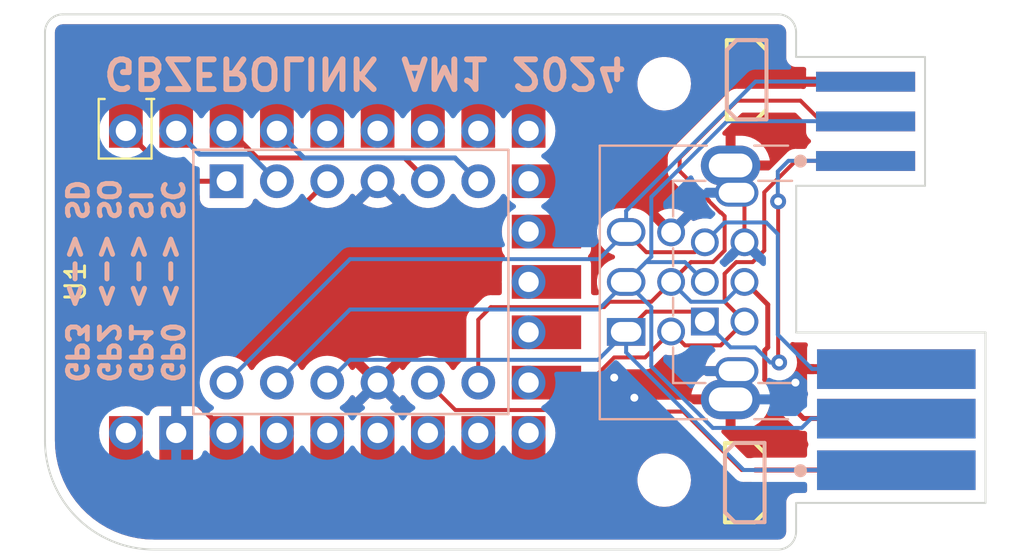
<source format=kicad_pcb>
(kicad_pcb (version 20221018) (generator pcbnew)
  (layers (0 "F.Cu" signal) (31 "B.Cu" signal) (34 "B.Paste" user) (35 "F.Paste" user) (36 "B.SilkS" user "B.Silkscreen") (37 "F.SilkS" user "F.Silkscreen") (38 "B.Mask" user) (39 "F.Mask" user) (44 "Edge.Cuts" user))
  (net 0 "")
  (net 1 "/GBVCC")
  (net 2 "/SO")
  (net 3 "/SI")
  (net 4 "/SD")
  (net 5 "/SC")
  (net 6 "+3.3V")
  (net 7 "/PSC")
  (net 8 "/PSI")
  (net 9 "GND")
  (net 10 "/PSO")
  (net 11 "/PSD")
  (footprint "gb-link-socket:dmg-link-socket" (layer "F.Cu") (at 111.26 102.785 90)
    (fp_text reference "J2")
    (fp_text value "DMG_Link")
    (pad "1" connect rect (at -2.6 0 90) (size 2 8) (layers "B.Cu" "B.Mask") (net 1 "/GBVCC"))
    (pad "2" connect rect (at -2.6 0 90) (size 2 8) (layers "F.Cu" "F.Mask") (net 2 "/SO"))
    (pad "3" connect rect (at 0 0 90) (size 2 8) (layers "B.Cu" "B.Mask") (net 3 "/SI"))
    (pad "4" connect rect (at 0 0 90) (size 2 8) (layers "F.Cu" "F.Mask") (net 4 "/SD"))
    (pad "5" connect rect (at 2.5 0 90) (size 2 8) (layers "B.Cu" "B.Mask") (net 5 "/SC"))
    (pad "6" connect rect (at 2.5 0 90) (size 2 8) (layers "F.Cu" "F.Mask") (net 9 "GND"))
  )
  (footprint "gb-link-socket:gb-link-socket" (layer "F.Cu") (at 109.71 87.785 90)
    (fp_text reference "J1")
    (fp_text value "GBA_Link")
    (pad "1" connect rect (at -2 0 90) (size 1 5) (layers "B.Cu" "B.Mask") (net 1 "/GBVCC"))
    (pad "2" connect rect (at -2 0 90) (size 1 5) (layers "F.Cu" "F.Mask") (net 2 "/SO"))
    (pad "3" connect rect (at 0 0 90) (size 1 5) (layers "B.Cu" "B.Mask") (net 3 "/SI"))
    (pad "4" connect rect (at 0 0 90) (size 1 5) (layers "F.Cu" "F.Mask") (net 4 "/SD"))
    (pad "5" connect rect (at 2 0 90) (size 1 5) (layers "B.Cu" "B.Mask") (net 5 "/SC"))
    (pad "6" connect rect (at 2 0 90) (size 1 5) (layers "F.Cu" "F.Mask") (net 9 "GND"))
  )
  (footprint "MountingHole:MountingHole_2.2mm_M2" (layer "F.Cu") (at 99.55 85.885)
    (fp_text reference "REF**" hide)
    (fp_text value "MountingHole_2.2mm_M2" hide)
    (pad "" np_thru_hole circle (at 0 0) (size 2.2 2.2) (drill 2.2) (layers "*.Cu" "*.Mask"))
  )
  (footprint "MountingHole:MountingHole_2.2mm_M2" (layer "F.Cu") (at 99.55 105.885)
    (fp_text reference "REF**" hide)
    (fp_text value "MountingHole_2.2mm_M2" hide)
    (pad "" np_thru_hole circle (at 0 0) (size 2.2 2.2) (drill 2.2) (layers "F&B.Cu" "*.Mask"))
  )
  (footprint "MCU_RaspberryPi_and_Boards:RP2040-Zero_SMD_TH" (layer "F.Cu") (at 82.55 95.885 90)
    (fp_text reference "U1" (at 0 -12.7 90) (layer "F.SilkS"))
    (fp_text value "RP2040-Zero" hide)
    (fp_line (start 6.223 -8.863) (end 6.223 -11.53) (stroke (width 0.12)) (layer "F.SilkS"))
    (fp_line (start 9.23 -11.53) (end 6.223 -11.53) (stroke (width 0.12)) (layer "F.SilkS"))
    (fp_line (start 9.23 -11.53) (end 9.23 -11.23) (stroke (width 0.12)) (layer "F.SilkS"))
    (fp_line (start 9.23 -9.13) (end 9.23 -8.73) (stroke (width 0.12)) (layer "F.SilkS"))
    (fp_line (start 9.23 -8.863) (end 6.223 -8.863) (stroke (width 0.12)) (layer "F.SilkS"))
    (pad "1" thru_hole circle (at 7.62 -10.16 90) (size 1.7 1.7) (drill 1.02) (layers "*.Cu" "*.Mask") (net 7 "/PSC"))
    (pad "1" smd rect (at 7.62 -10.16 90) (size 3.5 1.7) (drill (offset 0.9 0)) (layers "F.Cu" "F.Mask") (net 7 "/PSC"))
    (pad "2" thru_hole oval (at 7.62 -7.62 90) (size 1.7 1.7) (drill 1.02) (layers "*.Cu" "*.Mask") (net 8 "/PSI"))
    (pad "2" smd rect (at 7.62 -7.62 90) (size 3.5 1.7) (drill (offset 0.9 0)) (layers "F.Cu" "F.Mask") (net 8 "/PSI"))
    (pad "3" thru_hole circle (at 7.62 -5.08 90) (size 1.7 1.7) (drill 1.02) (layers "*.Cu" "*.Mask") (net 10 "/PSO"))
    (pad "3" smd rect (at 7.62 -5.08 90) (size 3.5 1.7) (drill (offset 0.9 0)) (layers "F.Cu" "F.Mask") (net 10 "/PSO"))
    (pad "4" thru_hole oval (at 7.62 -2.54 90) (size 1.7 1.7) (drill 1.02) (layers "*.Cu" "*.Mask") (net 11 "/PSD"))
    (pad "4" smd rect (at 7.62 -2.54 90) (size 3.5 1.7) (drill (offset 0.9 0)) (layers "F.Cu" "F.Mask") (net 11 "/PSD"))
    (pad "5" thru_hole oval (at 7.62 0 90) (size 1.7 1.7) (drill 1.02) (layers "*.Cu" "*.Mask"))
    (pad "5" smd rect (at 7.62 0 90) (size 3.5 1.7) (drill (offset 0.9 0)) (layers "F.Cu" "F.Mask"))
    (pad "6" thru_hole oval (at 7.62 2.54 90) (size 1.7 1.7) (drill 1.02) (layers "*.Cu" "*.Mask"))
    (pad "6" smd rect (at 7.62 2.54 90) (size 3.5 1.7) (drill (offset 0.9 0)) (layers "F.Cu" "F.Mask"))
    (pad "7" thru_hole oval (at 7.62 5.08 90) (size 1.7 1.7) (drill 1.02) (layers "*.Cu" "*.Mask"))
    (pad "7" smd rect (at 7.62 5.08 90) (size 3.5 1.7) (drill (offset 0.9 0)) (layers "F.Cu" "F.Mask"))
    (pad "8" thru_hole circle (at 7.62 7.62 90) (size 1.7 1.7) (drill 1.02) (layers "*.Cu" "*.Mask"))
    (pad "8" smd rect (at 7.62 7.62 90) (size 3.5 1.7) (drill (offset 0.9 0)) (layers "F.Cu" "F.Mask"))
    (pad "9" thru_hole oval (at 7.62 10.16 90) (size 1.7 1.7) (drill 1.02) (layers "*.Cu" "*.Mask"))
    (pad "9" smd rect (at 7.62 10.16 90) (size 3.5 1.7) (drill (offset 0.9 0)) (layers "F.Cu" "F.Mask"))
    (pad "10" thru_hole oval (at 5.08 10.16) (size 1.7 1.7) (drill 1.02) (layers "*.Cu" "*.Mask"))
    (pad "10" smd rect (at 5.08 10.16) (size 3.5 1.7) (drill (offset 0.9 0)) (layers "F.Cu" "F.Mask"))
    (pad "11" thru_hole oval (at 2.54 10.16) (size 1.7 1.7) (drill 1.02) (layers "*.Cu" "*.Mask"))
    (pad "11" smd rect (at 2.54 10.16) (size 3.5 1.7) (drill (offset 0.9 0)) (layers "F.Cu" "F.Mask"))
    (pad "12" thru_hole oval (at 0 10.16) (size 1.7 1.7) (drill 1.02) (layers "*.Cu" "*.Mask"))
    (pad "12" smd rect (at 0 10.16) (size 3.5 1.7) (drill (offset 0.9 0)) (layers "F.Cu" "F.Mask"))
    (pad "13" thru_hole circle (at -2.54 10.16) (size 1.7 1.7) (drill 1.02) (layers "*.Cu" "*.Mask"))
    (pad "13" smd rect (at -2.54 10.16) (size 3.5 1.7) (drill (offset 0.9 0)) (layers "F.Cu" "F.Mask"))
    (pad "14" thru_hole oval (at -5.08 10.16) (size 1.7 1.7) (drill 1.02) (layers "*.Cu" "*.Mask"))
    (pad "14" smd rect (at -5.08 10.16) (size 3.5 1.7) (drill (offset 0.9 0)) (layers "F.Cu" "F.Mask"))
    (pad "15" thru_hole oval (at -7.62 10.16 90) (size 1.7 1.7) (drill 1.02) (layers "*.Cu" "*.Mask"))
    (pad "15" smd rect (at -7.62 10.16 90) (size 3.5 1.7) (drill (offset -0.9 0)) (layers "F.Cu" "F.Mask"))
    (pad "16" thru_hole oval (at -7.62 7.62 90) (size 1.7 1.7) (drill 1.02) (layers "*.Cu" "*.Mask"))
    (pad "16" smd rect (at -7.62 7.62 90) (size 3.5 1.7) (drill (offset -0.9 0)) (layers "F.Cu" "F.Mask"))
    (pad "17" thru_hole oval (at -7.62 5.08 90) (size 1.7 1.7) (drill 1.02) (layers "*.Cu" "*.Mask"))
    (pad "17" smd rect (at -7.62 5.08 90) (size 3.5 1.7) (drill (offset -0.9 0)) (layers "F.Cu" "F.Mask"))
    (pad "18" thru_hole circle (at -7.62 2.54 90) (size 1.7 1.7) (drill 1.02) (layers "*.Cu" "*.Mask"))
    (pad "18" smd rect (at -7.62 2.54 90) (size 3.5 1.7) (drill (offset -0.9 0)) (layers "F.Cu" "F.Mask"))
    (pad "19" thru_hole oval (at -7.62 0 90) (size 1.7 1.7) (drill 1.02) (layers "*.Cu" "*.Mask"))
    (pad "19" smd rect (at -7.62 0 90) (size 3.5 1.7) (drill (offset -0.9 0)) (layers "F.Cu" "F.Mask"))
    (pad "20" thru_hole oval (at -7.62 -2.54 90) (size 1.7 1.7) (drill 1.02) (layers "*.Cu" "*.Mask"))
    (pad "20" smd rect (at -7.62 -2.54 90) (size 3.5 1.7) (drill (offset -0.9 0)) (layers "F.Cu" "F.Mask"))
    (pad "21" thru_hole oval (at -7.62 -5.08 90) (size 1.7 1.7) (drill 1.02) (layers "*.Cu" "*.Mask") (net 6 "+3.3V"))
    (pad "21" smd rect (at -7.62 -5.08 90) (size 3.5 1.7) (drill (offset -0.9 0)) (layers "F.Cu" "F.Mask") (net 6 "+3.3V"))
    (pad "22" thru_hole rect (at -7.62 -7.62 90) (size 1.7 1.7) (drill 1.02) (layers "*.Cu" "*.Mask") (net 9 "GND"))
    (pad "22" smd rect (at -7.62 -7.62 90) (size 3.5 1.7) (drill (offset -0.9 0)) (layers "F.Cu" "F.Mask") (net 9 "GND"))
    (pad "23" thru_hole circle (at -7.62 -10.16 90) (size 1.7 1.7) (drill 1.02) (layers "*.Cu" "*.Mask"))
    (pad "23" smd rect (at -7.62 -10.16 90) (size 3.5 1.7) (drill (offset -0.9 0)) (layers "F.Cu" "F.Mask"))
  )
  (footprint "BOB-12009:BOB-12009" (layer "B.Cu") (at 83.79 96.265 -90)
    (fp_text reference "Ue")
    (fp_text value "BOB-12009")
    (fp_line (start -7.045 -7.9) (end -7.045 7.995) (stroke (width 0.127)) (layer "B.SilkS"))
    (fp_line (start -7.045 7.995) (end 6.285 7.995) (stroke (width 0.127)) (layer "B.SilkS"))
    (fp_line (start 6.285 -7.9) (end -7.045 -7.9) (stroke (width 0.127)) (layer "B.SilkS"))
    (fp_line (start 6.285 7.995) (end 6.285 -7.9) (stroke (width 0.127)) (layer "B.SilkS"))
    (pad "1" thru_hole rect (at -5.46 6.32 270) (size 1.7 1.7) (drill 1) (layers "*.Cu" "*.Mask") (net 7 "/PSC"))
    (pad "2" thru_hole circle (at -5.46 3.78 270) (size 1.7 1.7) (drill 1) (layers "*.Cu" "*.Mask") (net 8 "/PSI"))
    (pad "3" thru_hole circle (at -5.46 1.24 270) (size 1.7 1.7) (drill 1) (layers "*.Cu" "*.Mask") (net 6 "+3.3V"))
    (pad "4" thru_hole circle (at -5.46 -1.3 270) (size 1.7 1.7) (drill 1) (layers "*.Cu" "*.Mask") (net 9 "GND"))
    (pad "5" thru_hole circle (at -5.46 -3.84 270) (size 1.7 1.7) (drill 1) (layers "*.Cu" "*.Mask") (net 10 "/PSO"))
    (pad "6" thru_hole circle (at -5.46 -6.38 270) (size 1.7 1.7) (drill 1) (layers "*.Cu" "*.Mask") (net 11 "/PSD"))
    (pad "7" thru_hole circle (at 4.7 6.32 270) (size 1.7 1.7) (drill 1) (layers "*.Cu" "*.Mask") (net 5 "/SC"))
    (pad "8" thru_hole circle (at 4.7 3.78 270) (size 1.7 1.7) (drill 1) (layers "*.Cu" "*.Mask") (net 3 "/SI"))
    (pad "9" thru_hole circle (at 4.7 1.24 270) (size 1.7 1.7) (drill 1) (layers "*.Cu" "*.Mask") (net 1 "/GBVCC"))
    (pad "10" thru_hole circle (at 4.7 -1.3 270) (size 1.7 1.7) (drill 1) (layers "*.Cu" "*.Mask") (net 9 "GND"))
    (pad "11" thru_hole circle (at 4.7 -3.84 270) (size 1.7 1.7) (drill 1) (layers "*.Cu" "*.Mask") (net 2 "/SO"))
    (pad "12" thru_hole circle (at 4.7 -6.38 270) (size 1.7 1.7) (drill 1) (layers "*.Cu" "*.Mask") (net 4 "/SD"))
  )
  (footprint "gb-link-socket:GameBoy_LinkPort_DMG_MGB_IDC_Horizontal" (layer "B.Cu") (at 102.9 95.885)
    (fp_text reference "J3" hide)
    (fp_text value "GB_IDC_port")
    (fp_line (start -6.6 -6.875) (end -1.2 -6.875) (stroke (width 0.12)) (layer "B.SilkS"))
    (fp_line (start -6.6 6.925) (end -6.6 -6.875) (stroke (width 0.12)) (layer "B.SilkS"))
    (fp_line (start -2.9 -5.1) (end -1.27 -5.1) (stroke (width 0.12)) (layer "B.SilkS"))
    (fp_line (start -2.9 -3.3) (end -2.9 -5.1) (stroke (width 0.12)) (layer "B.SilkS"))
    (fp_line (start -2.9 -0.8) (end -2.9 -1.7) (stroke (width 0.12)) (layer "B.SilkS"))
    (fp_line (start -2.9 1.7) (end -2.9 0.8) (stroke (width 0.12)) (layer "B.SilkS"))
    (fp_line (start -2.9 5.1) (end -2.9 3.3) (stroke (width 0.12)) (layer "B.SilkS"))
    (fp_line (start -1.27 5.1) (end -2.9 5.1) (stroke (width 0.12)) (layer "B.SilkS"))
    (fp_line (start -1.2 6.925) (end -6.6 6.925) (stroke (width 0.12)) (layer "B.SilkS"))
    (fp_line (start 1.2 -6.875) (end 2.9 -6.875) (stroke (width 0.12)) (layer "B.SilkS"))
    (fp_line (start 1.4 -5.1) (end 3.1 -5.1) (stroke (width 0.12)) (layer "B.SilkS"))
    (fp_line (start 2.9 6.925) (end 1.2 6.925) (stroke (width 0.12)) (layer "B.SilkS"))
    (fp_line (start 3.1 5.1) (end 1.4 5.1) (stroke (width 0.12)) (layer "B.SilkS"))
    (pad "1" thru_hole rect (at -5.27 2.52) (size 1.94 1.4) (drill oval 1.54 1) (layers "*.Cu" "*.Mask") (net 1 "/GBVCC"))
    (pad "1" thru_hole rect (at -1.3 2) (size 1.4 1.4) (drill 1) (layers "*.Cu" "*.Mask") (net 1 "/GBVCC"))
    (pad "2" thru_hole circle (at -3 2.5 270) (size 1.4 1.4) (drill 1) (layers "*.Cu" "*.Mask") (net 2 "/SO"))
    (pad "2" thru_hole circle (at 0.7 2) (size 1.4 1.4) (drill 1) (layers "*.Cu" "*.Mask") (net 2 "/SO"))
    (pad "3" thru_hole oval (at -5.27 0) (size 1.94 1.4) (drill oval 1.54 1) (layers "*.Cu" "*.Mask") (net 3 "/SI"))
    (pad "3" thru_hole circle (at -1.3 0) (size 1.4 1.4) (drill 1) (layers "*.Cu" "*.Mask") (net 3 "/SI"))
    (pad "4" thru_hole circle (at -3 0 270) (size 1.4 1.4) (drill 1) (layers "*.Cu" "*.Mask") (net 4 "/SD"))
    (pad "4" thru_hole circle (at 0.7 0) (size 1.4 1.4) (drill 1) (layers "*.Cu" "*.Mask") (net 4 "/SD"))
    (pad "5" thru_hole oval (at -5.27 -2.52) (size 1.94 1.4) (drill oval 1.54 1) (layers "*.Cu" "*.Mask") (net 5 "/SC"))
    (pad "5" thru_hole circle (at -1.3 -2) (size 1.4 1.4) (drill 1) (layers "*.Cu" "*.Mask") (net 5 "/SC"))
    (pad "6" thru_hole circle (at -3 -2.5 270) (size 1.4 1.4) (drill 1) (layers "*.Cu" "*.Mask") (net 9 "GND"))
    (pad "6" thru_hole circle (at 0.7 -2) (size 1.4 1.4) (drill 1) (layers "*.Cu" "*.Mask") (net 9 "GND"))
    (pad "SH" thru_hole oval (at 0 -5.875 270) (size 2 3) (drill oval 1.2 2.2) (layers "*.Cu" "*.Mask") (net 9 "GND"))
    (pad "SH" thru_hole oval (at 0 5.925 270) (size 2 3) (drill oval 1.2 2.2) (layers "*.Cu" "*.Mask") (net 9 "GND"))
    (pad "SH" thru_hole oval (at 0.3 -4.5 270) (size 1.4 2.2) (drill oval 1 1.8) (layers "*.Cu" "*.Mask") (net 9 "GND"))
    (pad "SH" thru_hole oval (at 0.3 4.5 270) (size 1.4 2.2) (drill oval 1 1.8) (layers "*.Cu" "*.Mask") (net 9 "GND"))
  )
  (gr_circle (center 106.426 105.41) (end 106.68 105.41) (stroke (width 0.15)) (fill solid) (layer "B.SilkS"))
  (gr_line (start 104.615 108.005) (end 103.115 108.005) (stroke (width 0.2)) (layer "B.SilkS"))
  (gr_line (start 103.21 87.685) (end 102.71 87.185) (stroke (width 0.2)) (layer "B.SilkS"))
  (gr_line (start 103.21 83.685) (end 104.71 83.685) (stroke (width 0.2)) (layer "B.SilkS"))
  (gr_line (start 102.615 107.505) (end 102.615 104.505) (stroke (width 0.2)) (layer "B.SilkS"))
  (gr_line (start 102.71 87.185) (end 102.71 84.185) (stroke (width 0.2)) (layer "B.SilkS"))
  (gr_line (start 103.21 83.685) (end 102.71 84.185) (stroke (width 0.2)) (layer "B.SilkS"))
  (gr_line (start 104.615 104.005) (end 104.615 108.005) (stroke (width 0.2)) (layer "B.SilkS"))
  (gr_line (start 104.71 87.685) (end 103.21 87.685) (stroke (width 0.2)) (layer "B.SilkS"))
  (gr_line (start 103.115 104.005) (end 102.615 104.505) (stroke (width 0.2)) (layer "B.SilkS"))
  (gr_line (start 104.71 83.685) (end 104.71 87.685) (stroke (width 0.2)) (layer "B.SilkS"))
  (gr_circle (center 106.426 89.789) (end 106.68 89.789) (stroke (width 0.15)) (fill solid) (layer "B.SilkS"))
  (gr_line (start 103.115 108.005) (end 102.615 107.505) (stroke (width 0.2)) (layer "B.SilkS"))
  (gr_line (start 103.115 104.005) (end 104.615 104.005) (stroke (width 0.2)) (layer "B.SilkS"))
  (gr_line (start 104.116 104.013) (end 104.616 104.513) (stroke (width 0.2)) (layer "F.SilkS"))
  (gr_line (start 104.21 87.685) (end 102.71 87.685) (stroke (width 0.2)) (layer "F.SilkS"))
  (gr_line (start 104.116 108.013) (end 102.616 108.013) (stroke (width 0.2)) (layer "F.SilkS"))
  (gr_line (start 104.71 84.185) (end 104.71 87.185) (stroke (width 0.2)) (layer "F.SilkS"))
  (gr_line (start 104.616 104.513) (end 104.616 107.513) (stroke (width 0.2)) (layer "F.SilkS"))
  (gr_line (start 102.71 87.685) (end 102.71 83.685) (stroke (width 0.2)) (layer "F.SilkS"))
  (gr_line (start 104.21 87.685) (end 104.71 87.185) (stroke (width 0.2)) (layer "F.SilkS"))
  (gr_line (start 102.71 83.685) (end 104.21 83.685) (stroke (width 0.2)) (layer "F.SilkS"))
  (gr_line (start 104.116 108.013) (end 104.616 107.513) (stroke (width 0.2)) (layer "F.SilkS"))
  (gr_line (start 102.616 104.013) (end 104.116 104.013) (stroke (width 0.2)) (layer "F.SilkS"))
  (gr_line (start 102.616 108.013) (end 102.616 104.013) (stroke (width 0.2)) (layer "F.SilkS"))
  (gr_line (start 104.21 83.685) (end 104.71 84.185) (stroke (width 0.2)) (layer "F.SilkS"))
  (gr_arc (start 73.809998 109.385002) (mid 69.920911 107.774089) (end 68.309998 103.885002) (stroke (width 0.1)) (layer "Edge.Cuts"))
  (gr_line (start 112.71 91.034999) (end 112.71 84.534999) (stroke (width 0.1)) (layer "Edge.Cuts"))
  (gr_arc (start 105.305 82.385) (mid 105.941396 82.648604) (end 106.205 83.285) (stroke (width 0.1)) (layer "Edge.Cuts"))
  (gr_line (start 115.76 98.434999) (end 106.21 98.434999) (stroke (width 0.1)) (layer "Edge.Cuts"))
  (gr_line (start 115.76 107.034999) (end 115.76 98.434999) (stroke (width 0.1)) (layer "Edge.Cuts"))
  (gr_line (start 106.205 84.534999) (end 112.71 84.534999) (stroke (width 0.1)) (layer "Edge.Cuts"))
  (gr_line (start 73.809998 109.385002) (end 105.305 109.385) (stroke (width 0.1)) (layer "Edge.Cuts"))
  (gr_arc (start 106.205 108.485) (mid 105.941396 109.121396) (end 105.305 109.385) (stroke (width 0.1)) (layer "Edge.Cuts"))
  (gr_line (start 106.205 83.285) (end 106.205 84.534999) (stroke (width 0.1)) (layer "Edge.Cuts"))
  (gr_arc (start 68.31 83.285) (mid 68.573604 82.648604) (end 69.21 82.385) (stroke (width 0.1)) (layer "Edge.Cuts"))
  (gr_line (start 106.21 91.034999) (end 106.21 98.434999) (stroke (width 0.1)) (layer "Edge.Cuts"))
  (gr_line (start 106.205 107.034999) (end 106.205 108.485) (stroke (width 0.1)) (layer "Edge.Cuts"))
  (gr_line (start 106.205 107.034999) (end 115.755 107.034999) (stroke (width 0.1)) (layer "Edge.Cuts"))
  (gr_line (start 68.31 83.285) (end 68.309998 103.885002) (stroke (width 0.1)) (layer "Edge.Cuts"))
  (gr_line (start 106.21 91.034999) (end 112.71 91.034999) (stroke (width 0.1)) (layer "Edge.Cuts"))
  (gr_line (start 105.305 82.385) (end 69.21 82.385) (stroke (width 0.1)) (layer "Edge.Cuts"))
  (gr_text "GP0 <-> SC\nGP1 <-> SI\nGP2 <-> SO\nGP3 <-> SD" (at 69.31 101.085 -90) (layer "B.SilkS") (effects (font (size 1 1) (thickness 0.25) bold) (justify left bottom mirror)))
  (gr_text "GBZEROLINK AM1 2024" (at 71.12 84.455 180) (layer "B.SilkS") (effects (font (size 1.5 1.5) (thickness 0.3) bold) (justify left bottom mirror)))
  (segment (start 98.65 97.385) (end 97.63 98.405) (width 0.2) (layer "F.Cu") (net 1))
  (segment (start 101.6 97.885) (end 101.1 97.385) (width 0.2) (layer "F.Cu") (net 1))
  (segment (start 101.1 97.385) (end 98.65 97.385) (width 0.2) (layer "F.Cu") (net 1))
  (segment (start 105.3495 99.949) (end 105.2995 99.899) (width 0.2) (layer "F.Cu") (net 1))
  (segment (start 105.2995 99.899) (end 105.2995 91.821) (width 0.2) (layer "F.Cu") (net 1))
  (via (at 105.3495 99.949) (size 0.8) (drill 0.4) (layers "F.Cu" "B.Cu") (net 1))
  (via (at 105.2995 91.821) (size 0.8) (drill 0.4) (layers "F.Cu" "B.Cu") (net 1))
  (segment (start 82.55 100.965) (end 83.7 99.815) (width 0.2) (layer "B.Cu") (net 1))
  (segment (start 105.816471 89.775) (end 108.915 89.775) (width 0.2) (layer "B.Cu") (net 1))
  (segment (start 105.283 91.8045) (end 105.283 90.308471) (width 0.2) (layer "B.Cu") (net 1))
  (segment (start 104.14 99.187) (end 102.902 99.187) (width 0.2) (layer "B.Cu") (net 1))
  (segment (start 103.560837 105.375) (end 97.63 99.444163) (width 0.2) (layer "B.Cu") (net 1))
  (segment (start 105.283 90.308471) (end 105.816471 89.775) (width 0.2) (layer "B.Cu") (net 1))
  (segment (start 102.902 99.187) (end 101.6 97.885) (width 0.2) (layer "B.Cu") (net 1))
  (segment (start 105.3495 99.949) (end 104.902 99.949) (width 0.2) (layer "B.Cu") (net 1))
  (segment (start 105.2995 91.821) (end 105.283 91.8045) (width 0.2) (layer "B.Cu") (net 1))
  (segment (start 96.22 99.815) (end 97.63 98.405) (width 0.2) (layer "B.Cu") (net 1))
  (segment (start 110.465 105.375) (end 103.560837 105.375) (width 0.2) (layer "B.Cu") (net 1))
  (segment (start 97.63 99.444163) (end 97.63 98.405) (width 0.2) (layer "B.Cu") (net 1))
  (segment (start 83.7 99.815) (end 96.22 99.815) (width 0.2) (layer "B.Cu") (net 1))
  (segment (start 104.902 99.949) (end 104.14 99.187) (width 0.2) (layer "B.Cu") (net 1))
  (segment (start 97.028 99.695) (end 96.266 100.457) (width 0.2) (layer "F.Cu") (net 2))
  (segment (start 104.6 91.361) (end 104.6 94.299214) (width 0.2) (layer "F.Cu") (net 2))
  (segment (start 100.6 99.085) (end 99.9 98.385) (width 0.2) (layer "F.Cu") (net 2))
  (segment (start 103.47 105.375) (end 104.14 105.375) (width 0.2) (layer "F.Cu") (net 2))
  (segment (start 103.185786 94.885) (end 102.6 95.470786) (width 0.2) (layer "F.Cu") (net 2))
  (segment (start 103.6 97.885) (end 102.4 99.085) (width 0.2) (layer "F.Cu") (net 2))
  (segment (start 89.013478 102.348478) (end 96.266 102.348478) (width 0.2) (layer "F.Cu") (net 2))
  (segment (start 102.4 99.085) (end 100.6 99.085) (width 0.2) (layer "F.Cu") (net 2))
  (segment (start 104.014214 94.885) (end 103.185786 94.885) (width 0.2) (layer "F.Cu") (net 2))
  (segment (start 102.6 96.885) (end 103.6 97.885) (width 0.2) (layer "F.Cu") (net 2))
  (segment (start 108.915 89.775) (end 106.186 89.775) (width 0.2) (layer "F.Cu") (net 2))
  (segment (start 104.14 105.375) (end 110.465 105.375) (width 0.25) (layer "F.Cu") (net 2))
  (segment (start 106.186 89.775) (end 104.6 91.361) (width 0.2) (layer "F.Cu") (net 2))
  (segment (start 96.266 100.457) (end 96.266 102.348478) (width 0.2) (layer "F.Cu") (net 2))
  (segment (start 96.266 102.348478) (end 97.675528 102.348478) (width 0.2) (layer "F.Cu") (net 2))
  (segment (start 97.675528 102.348478) (end 97.75405 102.427) (width 0.2) (layer "F.Cu") (net 2))
  (segment (start 87.63 100.965) (end 89.013478 102.348478) (width 0.2) (layer "F.Cu") (net 2))
  (segment (start 104.6 94.299214) (end 104.014214 94.885) (width 0.2) (layer "F.Cu") (net 2))
  (segment (start 99.9 98.385) (end 98.59 99.695) (width 0.2) (layer "F.Cu") (net 2))
  (segment (start 97.75405 102.427) (end 100.522 102.427) (width 0.2) (layer "F.Cu") (net 2))
  (segment (start 100.522 102.427) (end 103.47 105.375) (width 0.2) (layer "F.Cu") (net 2))
  (segment (start 102.6 95.470786) (end 102.6 96.885) (width 0.2) (layer "F.Cu") (net 2))
  (segment (start 98.59 99.695) (end 97.028 99.695) (width 0.2) (layer "F.Cu") (net 2))
  (segment (start 98.9 100.148478) (end 102.002522 103.251) (width 0.2) (layer "B.Cu") (net 3))
  (segment (start 106.966 102.775) (end 110.465 102.775) (width 0.2) (layer "B.Cu") (net 3))
  (segment (start 98.9 97.155) (end 98.9 100.148478) (width 0.2) (layer "B.Cu") (net 3))
  (segment (start 98.9 91.6) (end 102.725 87.775) (width 0.2) (layer "B.Cu") (net 3))
  (segment (start 98.63 94.885) (end 100.6 94.885) (width 0.2) (layer "B.Cu") (net 3))
  (segment (start 98.63 94.885) (end 98.9 94.615) (width 0.2) (layer "B.Cu") (net 3))
  (segment (start 97.63 95.885) (end 98.63 94.885) (width 0.2) (layer "B.Cu") (net 3))
  (segment (start 100.6 94.885) (end 101.6 95.885) (width 0.2) (layer "B.Cu") (net 3))
  (segment (start 106.49 103.251) (end 106.966 102.775) (width 0.2) (layer "B.Cu") (net 3))
  (segment (start 97.63 95.885) (end 98.9 97.155) (width 0.2) (layer "B.Cu") (net 3))
  (segment (start 80.01 100.965) (end 83.7 97.275) (width 0.2) (layer "B.Cu") (net 3))
  (segment (start 96.24 97.275) (end 97.63 95.885) (width 0.2) (layer "B.Cu") (net 3))
  (segment (start 102.002522 103.251) (end 106.49 103.251) (width 0.2) (layer "B.Cu") (net 3))
  (segment (start 102.725 87.775) (end 108.915 87.775) (width 0.2) (layer "B.Cu") (net 3))
  (segment (start 98.9 94.615) (end 98.9 91.6) (width 0.2) (layer "B.Cu") (net 3))
  (segment (start 83.7 97.275) (end 96.24 97.275) (width 0.2) (layer "B.Cu") (net 3))
  (segment (start 108.905 87.785) (end 107.47 87.785) (width 0.2) (layer "F.Cu") (net 4))
  (segment (start 100.33 89.634261) (end 100.33 90.297) (width 0.2) (layer "F.Cu") (net 4))
  (segment (start 103.632 95.885) (end 104.775 97.028) (width 0.25) (layer "F.Cu") (net 4))
  (segment (start 96.79 96.885) (end 98.9 96.885) (width 0.2) (layer "F.Cu") (net 4))
  (segment (start 100.33 90.297) (end 101.8 91.767) (width 0.2) (layer "F.Cu") (net 4))
  (segment (start 101.8 91.767) (end 101.8 91.799214) (width 0.2) (layer "F.Cu") (net 4))
  (segment (start 102.6 94.299214) (end 102.014214 94.885) (width 0.2) (layer "F.Cu") (net 4))
  (segment (start 102.418 92.385) (end 102.6 92.567) (width 0.2) (layer "F.Cu") (net 4))
  (segment (start 104.775 97.028) (end 104.775 99.187) (width 0.25) (layer "F.Cu") (net 4))
  (segment (start 102.014214 94.885) (end 100.9 94.885) (width 0.2) (layer "F.Cu") (net 4))
  (segment (start 103.223261 86.741) (end 100.33 89.634261) (width 0.2) (layer "F.Cu") (net 4))
  (segment (start 102.385786 92.385) (end 102.418 92.385) (width 0.2) (layer "F.Cu") (net 4))
  (segment (start 106.426 86.741) (end 103.223261 86.741) (width 0.2) (layer "F.Cu") (net 4))
  (segment (start 100.9 94.885) (end 99.9 95.885) (width 0.2) (layer "F.Cu") (net 4))
  (segment (start 90.17 97.79) (end 90.805 97.155) (width 0.2) (layer "F.Cu") (net 4))
  (segment (start 98.9 96.885) (end 99.9 95.885) (width 0.2) (layer "F.Cu") (net 4))
  (segment (start 104.6245 100.8145) (end 106.585 102.775) (width 0.25) (layer "F.Cu") (net 4))
  (segment (start 107.47 87.785) (end 106.426 86.741) (width 0.2) (layer "F.Cu") (net 4))
  (segment (start 102.6 92.567) (end 102.6 94.299214) (width 0.2) (layer "F.Cu") (net 4))
  (segment (start 108.915 87.775) (end 108.905 87.785) (width 0.2) (layer "F.Cu") (net 4))
  (segment (start 96.52 97.155) (end 96.79 96.885) (width 0.2) (layer "F.Cu") (net 4))
  (segment (start 101.8 91.799214) (end 102.385786 92.385) (width 0.2) (layer "F.Cu") (net 4))
  (segment (start 103.6 95.885) (end 103.632 95.885) (width 0.25) (layer "F.Cu") (net 4))
  (segment (start 90.805 97.155) (end 96.52 97.155) (width 0.2) (layer "F.Cu") (net 4))
  (segment (start 90.17 100.965) (end 90.17 97.79) (width 0.2) (layer "F.Cu") (net 4))
  (segment (start 104.775 99.187) (end 104.6245 99.3375) (width 0.25) (layer "F.Cu") (net 4))
  (segment (start 106.585 102.775) (end 110.465 102.775) (width 0.25) (layer "F.Cu") (net 4))
  (segment (start 104.6245 99.3375) (end 104.6245 100.8145) (width 0.25) (layer "F.Cu") (net 4))
  (segment (start 103.6 95.885) (end 102.6 96.885) (width 0.2) (layer "B.Cu") (net 4))
  (segment (start 100.9 96.885) (end 99.9 95.885) (width 0.2) (layer "B.Cu") (net 4))
  (segment (start 102.6 96.885) (end 100.9 96.885) (width 0.2) (layer "B.Cu") (net 4))
  (segment (start 98.65 94.385) (end 101.1 94.385) (width 0.2) (layer "F.Cu") (net 5))
  (segment (start 97.63 93.365) (end 98.65 94.385) (width 0.2) (layer "F.Cu") (net 5))
  (segment (start 102.6 92.885) (end 104.696 92.885) (width 0.2) (layer "B.Cu") (net 5))
  (segment (start 108.915 85.775) (end 104.159314 85.775) (width 0.2) (layer "B.Cu") (net 5))
  (segment (start 77.47 100.965) (end 83.7 94.735) (width 0.2) (layer "B.Cu") (net 5))
  (segment (start 97.63 92.304314) (end 97.63 93.365) (width 0.2) (layer "B.Cu") (net 5))
  (segment (start 83.7 94.735) (end 96.26 94.735) (width 0.2) (layer "B.Cu") (net 5))
  (segment (start 105.283 98.546527) (end 107.011473 100.275) (width 0.2) (layer "B.Cu") (net 5))
  (segment (start 104.159314 85.775) (end 97.63 92.304314) (width 0.2) (layer "B.Cu") (net 5))
  (segment (start 107.011473 100.275) (end 110.465 100.275) (width 0.2) (layer "B.Cu") (net 5))
  (segment (start 104.696 92.885) (end 105.283 93.472) (width 0.2) (layer "B.Cu") (net 5))
  (segment (start 96.26 94.735) (end 97.63 93.365) (width 0.2) (layer "B.Cu") (net 5))
  (segment (start 105.283 93.472) (end 105.283 98.546527) (width 0.2) (layer "B.Cu") (net 5))
  (segment (start 101.6 93.885) (end 102.6 92.885) (width 0.2) (layer "B.Cu") (net 5))
  (segment (start 75.565 97.79) (end 82.55 90.805) (width 0.25) (layer "F.Cu") (net 6))
  (segment (start 77.47 103.505) (end 75.565 101.6) (width 0.25) (layer "F.Cu") (net 6))
  (segment (start 75.565 101.6) (end 75.565 97.79) (width 0.25) (layer "F.Cu") (net 6))
  (segment (start 77.47 90.805) (end 74.93 90.805) (width 0.25) (layer "F.Cu") (net 7))
  (segment (start 74.93 90.805) (end 72.39 88.265) (width 0.25) (layer "F.Cu") (net 7))
  (segment (start 76.105 89.44) (end 74.93 88.265) (width 0.25) (layer "B.Cu") (net 8))
  (segment (start 78.645 89.44) (end 76.105 89.44) (width 0.25) (layer "B.Cu") (net 8))
  (segment (start 80.01 90.805) (end 78.645 89.44) (width 0.25) (layer "B.Cu") (net 8))
  (segment (start 103.2 91.385) (end 103.2 90.31) (width 0.2) (layer "F.Cu") (net 9))
  (segment (start 106.852 100.285) (end 106.172 100.965) (width 0.2) (layer "F.Cu") (net 9))
  (segment (start 109.71 85.785) (end 105.47 85.785) (width 0.5) (layer "F.Cu") (net 9))
  (segment (start 111.26 100.285) (end 106.852 100.285) (width 0.5) (layer "F.Cu") (net 9))
  (segment (start 103.2 90.31) (end 102.9 90.01) (width 0.2) (layer "F.Cu") (net 9))
  (segment (start 103.2 101.51) (end 102.9 101.81) (width 0.2) (layer "F.Cu") (net 9))
  (segment (start 103.6 91.785) (end 103.2 91.385) (width 0.2) (layer "F.Cu") (net 9))
  (segment (start 103.2 100.385) (end 103.2 101.51) (width 0.2) (layer "F.Cu") (net 9))
  (segment (start 103.6 93.885) (end 103.6 91.785) (width 0.2) (layer "F.Cu") (net 9))
  (via (at 98.044 101.727) (size 0.8) (drill 0.4) (layers "F.Cu" "B.Cu") (net 9))
  (via (at 97.028 100.711) (size 0.8) (drill 0.4) (layers "F.Cu" "B.Cu") (net 9))
  (via (at 106.172 100.965) (size 0.8) (drill 0.4) (layers "F.Cu" "B.Cu") (net 9))
  (segment (start 77.47 88.265) (end 77.66 88.265) (width 0.25) (layer "F.Cu") (net 10))
  (segment (start 77.66 88.265) (end 79.025 89.63) (width 0.25) (layer "F.Cu") (net 10))
  (segment (start 79.025 89.63) (end 86.455 89.63) (width 0.25) (layer "F.Cu") (net 10))
  (segment (start 86.455 89.63) (end 87.63 90.805) (width 0.25) (layer "F.Cu") (net 10))
  (segment (start 88.995 89.63) (end 90.17 90.805) (width 0.25) (layer "B.Cu") (net 11))
  (segment (start 80.01 88.265) (end 81.375 89.63) (width 0.25) (layer "B.Cu") (net 11))
  (segment (start 81.375 89.63) (end 88.995 89.63) (width 0.25) (layer "B.Cu") (net 11))
  (zone (net 9) (net_name "GND") (layers "F&B.Cu") (connect_pads (clearance 0.5)) (min_thickness 0.25) (fill yes (thermal_gap 0.5) (thermal_bridge_width 0.5))
    (polygon (pts (xy 66.04 81.915) (xy 66.04 109.855) (xy 107.061 109.601) (xy 107.188 81.661)))
  )
)
</source>
